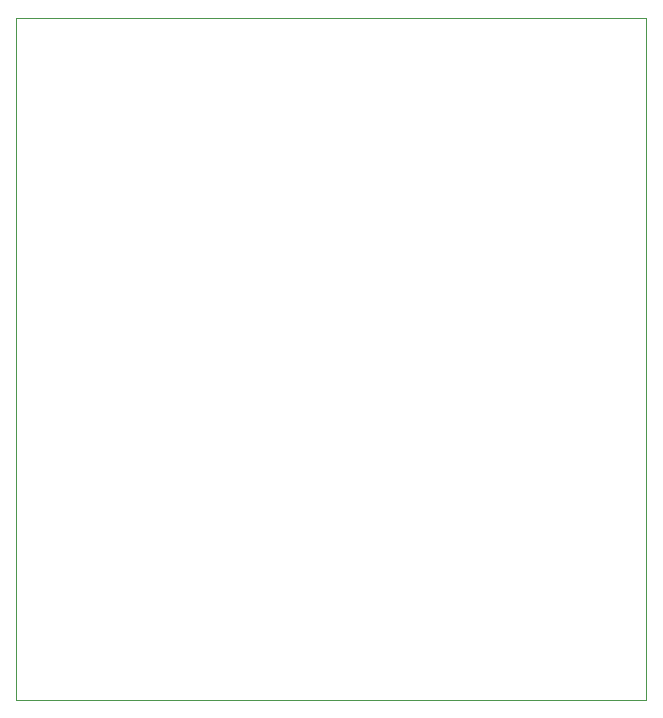
<source format=gbr>
%TF.GenerationSoftware,KiCad,Pcbnew,(6.0.6-0)*%
%TF.CreationDate,2022-10-25T05:48:04+09:00*%
%TF.ProjectId,PicoPi-1,5069636f-5069-42d3-912e-6b696361645f,rev?*%
%TF.SameCoordinates,Original*%
%TF.FileFunction,Profile,NP*%
%FSLAX46Y46*%
G04 Gerber Fmt 4.6, Leading zero omitted, Abs format (unit mm)*
G04 Created by KiCad (PCBNEW (6.0.6-0)) date 2022-10-25 05:48:04*
%MOMM*%
%LPD*%
G01*
G04 APERTURE LIST*
%TA.AperFunction,Profile*%
%ADD10C,0.100000*%
%TD*%
G04 APERTURE END LIST*
D10*
X160655000Y-184150000D02*
X160655000Y-126365000D01*
X107315000Y-184150000D02*
X160655000Y-184150000D01*
X107315000Y-126365000D02*
X107315000Y-184150000D01*
X160655000Y-126365000D02*
X107315000Y-126365000D01*
M02*

</source>
